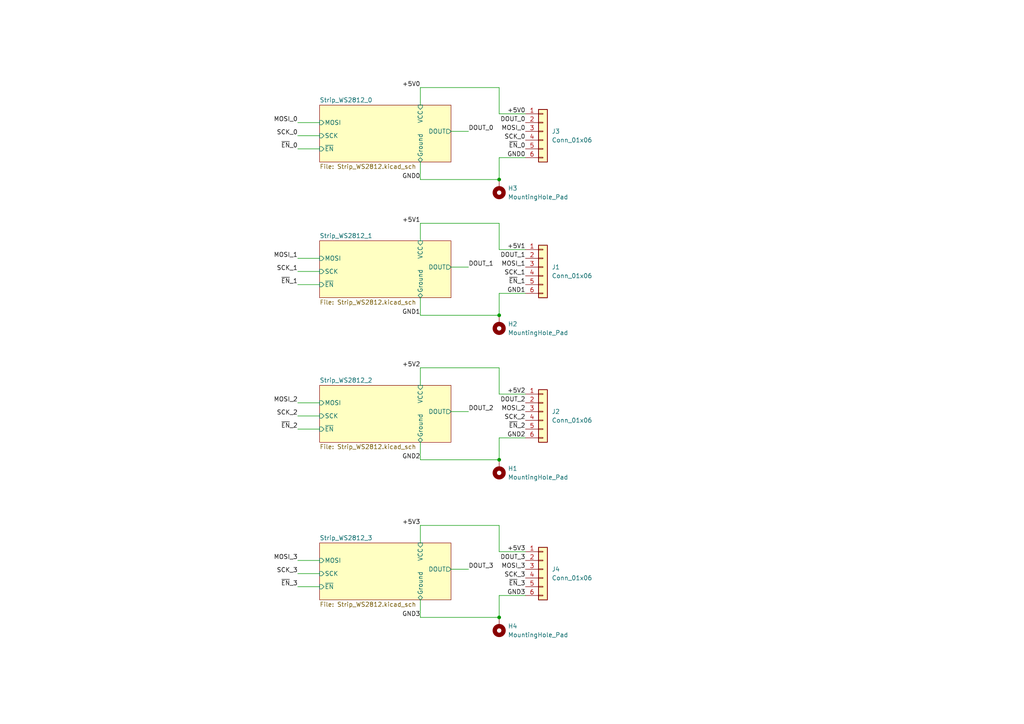
<source format=kicad_sch>
(kicad_sch (version 20211123) (generator eeschema)

  (uuid 377983d9-116d-4cab-9ad7-e1479f3ded0c)

  (paper "A4")

  (lib_symbols
    (symbol "Connector_Generic:Conn_01x06" (pin_names (offset 1.016) hide) (in_bom yes) (on_board yes)
      (property "Reference" "J" (id 0) (at 0 7.62 0)
        (effects (font (size 1.27 1.27)))
      )
      (property "Value" "Conn_01x06" (id 1) (at 0 -10.16 0)
        (effects (font (size 1.27 1.27)))
      )
      (property "Footprint" "" (id 2) (at 0 0 0)
        (effects (font (size 1.27 1.27)) hide)
      )
      (property "Datasheet" "~" (id 3) (at 0 0 0)
        (effects (font (size 1.27 1.27)) hide)
      )
      (property "ki_keywords" "connector" (id 4) (at 0 0 0)
        (effects (font (size 1.27 1.27)) hide)
      )
      (property "ki_description" "Generic connector, single row, 01x06, script generated (kicad-library-utils/schlib/autogen/connector/)" (id 5) (at 0 0 0)
        (effects (font (size 1.27 1.27)) hide)
      )
      (property "ki_fp_filters" "Connector*:*_1x??_*" (id 6) (at 0 0 0)
        (effects (font (size 1.27 1.27)) hide)
      )
      (symbol "Conn_01x06_1_1"
        (rectangle (start -1.27 -7.493) (end 0 -7.747)
          (stroke (width 0.1524) (type default) (color 0 0 0 0))
          (fill (type none))
        )
        (rectangle (start -1.27 -4.953) (end 0 -5.207)
          (stroke (width 0.1524) (type default) (color 0 0 0 0))
          (fill (type none))
        )
        (rectangle (start -1.27 -2.413) (end 0 -2.667)
          (stroke (width 0.1524) (type default) (color 0 0 0 0))
          (fill (type none))
        )
        (rectangle (start -1.27 0.127) (end 0 -0.127)
          (stroke (width 0.1524) (type default) (color 0 0 0 0))
          (fill (type none))
        )
        (rectangle (start -1.27 2.667) (end 0 2.413)
          (stroke (width 0.1524) (type default) (color 0 0 0 0))
          (fill (type none))
        )
        (rectangle (start -1.27 5.207) (end 0 4.953)
          (stroke (width 0.1524) (type default) (color 0 0 0 0))
          (fill (type none))
        )
        (rectangle (start -1.27 6.35) (end 1.27 -8.89)
          (stroke (width 0.254) (type default) (color 0 0 0 0))
          (fill (type background))
        )
        (pin passive line (at -5.08 5.08 0) (length 3.81)
          (name "Pin_1" (effects (font (size 1.27 1.27))))
          (number "1" (effects (font (size 1.27 1.27))))
        )
        (pin passive line (at -5.08 2.54 0) (length 3.81)
          (name "Pin_2" (effects (font (size 1.27 1.27))))
          (number "2" (effects (font (size 1.27 1.27))))
        )
        (pin passive line (at -5.08 0 0) (length 3.81)
          (name "Pin_3" (effects (font (size 1.27 1.27))))
          (number "3" (effects (font (size 1.27 1.27))))
        )
        (pin passive line (at -5.08 -2.54 0) (length 3.81)
          (name "Pin_4" (effects (font (size 1.27 1.27))))
          (number "4" (effects (font (size 1.27 1.27))))
        )
        (pin passive line (at -5.08 -5.08 0) (length 3.81)
          (name "Pin_5" (effects (font (size 1.27 1.27))))
          (number "5" (effects (font (size 1.27 1.27))))
        )
        (pin passive line (at -5.08 -7.62 0) (length 3.81)
          (name "Pin_6" (effects (font (size 1.27 1.27))))
          (number "6" (effects (font (size 1.27 1.27))))
        )
      )
    )
    (symbol "Mechanical:MountingHole_Pad" (pin_numbers hide) (pin_names (offset 1.016) hide) (in_bom yes) (on_board yes)
      (property "Reference" "H" (id 0) (at 0 6.35 0)
        (effects (font (size 1.27 1.27)))
      )
      (property "Value" "MountingHole_Pad" (id 1) (at 0 4.445 0)
        (effects (font (size 1.27 1.27)))
      )
      (property "Footprint" "" (id 2) (at 0 0 0)
        (effects (font (size 1.27 1.27)) hide)
      )
      (property "Datasheet" "~" (id 3) (at 0 0 0)
        (effects (font (size 1.27 1.27)) hide)
      )
      (property "ki_keywords" "mounting hole" (id 4) (at 0 0 0)
        (effects (font (size 1.27 1.27)) hide)
      )
      (property "ki_description" "Mounting Hole with connection" (id 5) (at 0 0 0)
        (effects (font (size 1.27 1.27)) hide)
      )
      (property "ki_fp_filters" "MountingHole*Pad*" (id 6) (at 0 0 0)
        (effects (font (size 1.27 1.27)) hide)
      )
      (symbol "MountingHole_Pad_0_1"
        (circle (center 0 1.27) (radius 1.27)
          (stroke (width 1.27) (type default) (color 0 0 0 0))
          (fill (type none))
        )
      )
      (symbol "MountingHole_Pad_1_1"
        (pin input line (at 0 -2.54 90) (length 2.54)
          (name "1" (effects (font (size 1.27 1.27))))
          (number "1" (effects (font (size 1.27 1.27))))
        )
      )
    )
  )

  (junction (at 144.78 52.07) (diameter 0) (color 0 0 0 0)
    (uuid ad38817b-9d54-457d-b7fe-10767df749d0)
  )
  (junction (at 144.78 133.35) (diameter 0) (color 0 0 0 0)
    (uuid ca50340c-919d-433c-a0d4-0e0f021cb4a0)
  )
  (junction (at 144.78 91.44) (diameter 0) (color 0 0 0 0)
    (uuid d608e15d-15ef-4e6f-984c-55af6f5215e6)
  )
  (junction (at 144.78 179.07) (diameter 0) (color 0 0 0 0)
    (uuid fa1e2624-e2d4-48b6-88fe-3ddfb17e0af4)
  )

  (wire (pts (xy 86.36 162.56) (xy 92.71 162.56))
    (stroke (width 0) (type default) (color 0 0 0 0))
    (uuid 07884bf4-a16f-497e-9b39-b7357abcc874)
  )
  (wire (pts (xy 86.36 35.56) (xy 92.71 35.56))
    (stroke (width 0) (type default) (color 0 0 0 0))
    (uuid 108265c6-bbee-4b0a-808b-621beafd6845)
  )
  (wire (pts (xy 121.92 64.77) (xy 121.92 69.85))
    (stroke (width 0) (type default) (color 0 0 0 0))
    (uuid 1214ee16-a052-457d-9ddc-6cd7c9d1e7f6)
  )
  (wire (pts (xy 135.89 119.38) (xy 130.81 119.38))
    (stroke (width 0) (type default) (color 0 0 0 0))
    (uuid 14d61fe4-81e4-4193-8cc8-5b8910e20d88)
  )
  (wire (pts (xy 144.78 45.72) (xy 152.4 45.72))
    (stroke (width 0) (type default) (color 0 0 0 0))
    (uuid 16c3d15b-bfe9-4b73-a20c-abf21151ccff)
  )
  (wire (pts (xy 121.92 152.4) (xy 121.92 157.48))
    (stroke (width 0) (type default) (color 0 0 0 0))
    (uuid 1951b9b3-d619-4fb3-87dd-d6086c391842)
  )
  (wire (pts (xy 86.36 170.18) (xy 92.71 170.18))
    (stroke (width 0) (type default) (color 0 0 0 0))
    (uuid 292fa378-b616-483c-9016-be35a021c09f)
  )
  (wire (pts (xy 86.36 74.93) (xy 92.71 74.93))
    (stroke (width 0) (type default) (color 0 0 0 0))
    (uuid 31165079-6eaa-4a9e-8ca4-9afd9e8cdc7e)
  )
  (wire (pts (xy 144.78 52.07) (xy 144.78 45.72))
    (stroke (width 0) (type default) (color 0 0 0 0))
    (uuid 3832473c-14d3-4bde-a65e-0f7f03225629)
  )
  (wire (pts (xy 86.36 166.37) (xy 92.71 166.37))
    (stroke (width 0) (type default) (color 0 0 0 0))
    (uuid 3c07531d-ff54-4af0-b349-b0451b7ad89f)
  )
  (wire (pts (xy 121.92 52.07) (xy 121.92 46.99))
    (stroke (width 0) (type default) (color 0 0 0 0))
    (uuid 4eec32ff-e147-4475-8668-c44cc8cb11cf)
  )
  (wire (pts (xy 135.89 165.1) (xy 130.81 165.1))
    (stroke (width 0) (type default) (color 0 0 0 0))
    (uuid 58a93c1e-5370-441c-90b1-c5d49849ec95)
  )
  (wire (pts (xy 121.92 133.35) (xy 121.92 128.27))
    (stroke (width 0) (type default) (color 0 0 0 0))
    (uuid 5d410995-b7ce-45f9-895a-06a431c9fb99)
  )
  (wire (pts (xy 86.36 39.37) (xy 92.71 39.37))
    (stroke (width 0) (type default) (color 0 0 0 0))
    (uuid 5e98e94d-b5a0-44e1-b203-62d658c3029d)
  )
  (wire (pts (xy 144.78 127) (xy 152.4 127))
    (stroke (width 0) (type default) (color 0 0 0 0))
    (uuid 62f9d0de-1062-4e7c-bcfe-c65779d85783)
  )
  (wire (pts (xy 121.92 133.35) (xy 144.78 133.35))
    (stroke (width 0) (type default) (color 0 0 0 0))
    (uuid 69dd2311-7a00-4338-ac55-61e0ad16d924)
  )
  (wire (pts (xy 144.78 106.68) (xy 144.78 114.3))
    (stroke (width 0) (type default) (color 0 0 0 0))
    (uuid 6abcf67c-b18f-4c65-b5ae-ac2ab3e426a9)
  )
  (wire (pts (xy 144.78 33.02) (xy 152.4 33.02))
    (stroke (width 0) (type default) (color 0 0 0 0))
    (uuid 6ac72911-221f-495f-9427-fbda8ad4beae)
  )
  (wire (pts (xy 121.92 179.07) (xy 144.78 179.07))
    (stroke (width 0) (type default) (color 0 0 0 0))
    (uuid 6c67e9a2-b200-4ce6-8b57-cf0c0b044885)
  )
  (wire (pts (xy 144.78 172.72) (xy 152.4 172.72))
    (stroke (width 0) (type default) (color 0 0 0 0))
    (uuid 6ef6e0bf-5d67-49aa-a7ca-539eb9ef5c52)
  )
  (wire (pts (xy 144.78 72.39) (xy 152.4 72.39))
    (stroke (width 0) (type default) (color 0 0 0 0))
    (uuid 6ff484a8-00da-4733-93e1-ef4a3c2db6c8)
  )
  (wire (pts (xy 135.89 77.47) (xy 130.81 77.47))
    (stroke (width 0) (type default) (color 0 0 0 0))
    (uuid 80167ede-96a7-4348-a079-d34d7b36c1c4)
  )
  (wire (pts (xy 86.36 116.84) (xy 92.71 116.84))
    (stroke (width 0) (type default) (color 0 0 0 0))
    (uuid 813f1e79-8d83-4e09-83fe-6b9f62e1e585)
  )
  (wire (pts (xy 144.78 152.4) (xy 144.78 160.02))
    (stroke (width 0) (type default) (color 0 0 0 0))
    (uuid 8c6e36ec-25ad-433c-ab40-03fd1ffd5da7)
  )
  (wire (pts (xy 144.78 85.09) (xy 152.4 85.09))
    (stroke (width 0) (type default) (color 0 0 0 0))
    (uuid 8c919477-88e9-4aa6-8e6b-46b1d61d54f4)
  )
  (wire (pts (xy 86.36 43.18) (xy 92.71 43.18))
    (stroke (width 0) (type default) (color 0 0 0 0))
    (uuid 95f378fb-9ce6-4f63-ade1-2e4ca60140ff)
  )
  (wire (pts (xy 144.78 160.02) (xy 152.4 160.02))
    (stroke (width 0) (type default) (color 0 0 0 0))
    (uuid 99f3a857-dc96-45d4-b88a-a9e752d88255)
  )
  (wire (pts (xy 121.92 106.68) (xy 121.92 111.76))
    (stroke (width 0) (type default) (color 0 0 0 0))
    (uuid 9b6e3484-6b9d-4dd9-ba92-c661ce1c526b)
  )
  (wire (pts (xy 121.92 64.77) (xy 144.78 64.77))
    (stroke (width 0) (type default) (color 0 0 0 0))
    (uuid b2296d8e-5785-4846-bbf7-9d25beaaa5ac)
  )
  (wire (pts (xy 121.92 86.36) (xy 121.92 91.44))
    (stroke (width 0) (type default) (color 0 0 0 0))
    (uuid b4badc9a-5621-418f-af9e-514ad9abfd35)
  )
  (wire (pts (xy 86.36 78.74) (xy 92.71 78.74))
    (stroke (width 0) (type default) (color 0 0 0 0))
    (uuid b503a8ef-dda4-42f1-9add-c9bcab28b1e3)
  )
  (wire (pts (xy 144.78 64.77) (xy 144.78 72.39))
    (stroke (width 0) (type default) (color 0 0 0 0))
    (uuid ba91ac45-6303-4c45-8df3-a70de77d079b)
  )
  (wire (pts (xy 86.36 120.65) (xy 92.71 120.65))
    (stroke (width 0) (type default) (color 0 0 0 0))
    (uuid c0240550-a822-46a4-8e29-e73ca08ec229)
  )
  (wire (pts (xy 135.89 38.1) (xy 130.81 38.1))
    (stroke (width 0) (type default) (color 0 0 0 0))
    (uuid c2c0f0ff-0113-4c45-84ce-c11e41d319b2)
  )
  (wire (pts (xy 144.78 52.07) (xy 121.92 52.07))
    (stroke (width 0) (type default) (color 0 0 0 0))
    (uuid c80948c2-4cb9-491c-8329-a732d06bebfc)
  )
  (wire (pts (xy 121.92 91.44) (xy 144.78 91.44))
    (stroke (width 0) (type default) (color 0 0 0 0))
    (uuid cfc2625f-9e28-4b5a-8ad9-d7034dbe6a34)
  )
  (wire (pts (xy 144.78 106.68) (xy 121.92 106.68))
    (stroke (width 0) (type default) (color 0 0 0 0))
    (uuid d346d102-2eb2-4714-8235-1de2a3cc2fbc)
  )
  (wire (pts (xy 144.78 114.3) (xy 152.4 114.3))
    (stroke (width 0) (type default) (color 0 0 0 0))
    (uuid d6339dec-4958-4206-bf9f-11eae672c801)
  )
  (wire (pts (xy 144.78 25.4) (xy 121.92 25.4))
    (stroke (width 0) (type default) (color 0 0 0 0))
    (uuid d68814e0-fa76-4434-8f60-31c305b1f57a)
  )
  (wire (pts (xy 121.92 25.4) (xy 121.92 30.48))
    (stroke (width 0) (type default) (color 0 0 0 0))
    (uuid d8f28b65-faee-4ec4-a87f-4aedf4ea23d2)
  )
  (wire (pts (xy 121.92 179.07) (xy 121.92 173.99))
    (stroke (width 0) (type default) (color 0 0 0 0))
    (uuid d9342522-58d2-4b6e-bd48-89566fa2401a)
  )
  (wire (pts (xy 144.78 179.07) (xy 144.78 172.72))
    (stroke (width 0) (type default) (color 0 0 0 0))
    (uuid e69ca394-656e-48dd-acf4-d84a43e98ec3)
  )
  (wire (pts (xy 121.92 152.4) (xy 144.78 152.4))
    (stroke (width 0) (type default) (color 0 0 0 0))
    (uuid ef445ab4-2253-4058-950c-442562df936e)
  )
  (wire (pts (xy 144.78 25.4) (xy 144.78 33.02))
    (stroke (width 0) (type default) (color 0 0 0 0))
    (uuid f2623632-908d-413d-94ac-310784987993)
  )
  (wire (pts (xy 86.36 82.55) (xy 92.71 82.55))
    (stroke (width 0) (type default) (color 0 0 0 0))
    (uuid f50ff772-490c-445d-b53c-c706c918c046)
  )
  (wire (pts (xy 144.78 91.44) (xy 144.78 85.09))
    (stroke (width 0) (type default) (color 0 0 0 0))
    (uuid f535a78f-60ff-4a3f-82aa-193cfb315ef5)
  )
  (wire (pts (xy 144.78 133.35) (xy 144.78 127))
    (stroke (width 0) (type default) (color 0 0 0 0))
    (uuid faaac2f0-7b4a-4bab-9523-c85437765671)
  )
  (wire (pts (xy 86.36 124.46) (xy 92.71 124.46))
    (stroke (width 0) (type default) (color 0 0 0 0))
    (uuid fd83eb7b-6f40-4db2-b3bf-9b9b8897a34f)
  )

  (label "SCK_3" (at 86.36 166.37 180)
    (effects (font (size 1.27 1.27)) (justify right bottom))
    (uuid 02c88630-9f28-4e1f-81a8-79a6c8a80e92)
  )
  (label "MOSI_2" (at 152.4 119.38 180)
    (effects (font (size 1.27 1.27)) (justify right bottom))
    (uuid 0b9f9e9d-59d5-47d8-a626-1c07fb98cf35)
  )
  (label "+5V3" (at 152.4 160.02 180)
    (effects (font (size 1.27 1.27)) (justify right bottom))
    (uuid 0e3003d2-d113-4cf1-ada1-59ed3d241ad8)
  )
  (label "SCK_2" (at 152.4 121.92 180)
    (effects (font (size 1.27 1.27)) (justify right bottom))
    (uuid 105b5663-1cb6-4ba2-8b80-519be6a34c62)
  )
  (label "MOSI_0" (at 86.36 35.56 180)
    (effects (font (size 1.27 1.27)) (justify right bottom))
    (uuid 14aa9ae1-d63e-4d44-957f-191e233b5c80)
  )
  (label "+5V1" (at 121.92 64.77 180)
    (effects (font (size 1.27 1.27)) (justify right bottom))
    (uuid 1a93175f-2f9d-41f3-ba80-3ef9f61e5267)
  )
  (label "DOUT_1" (at 135.89 77.47 0)
    (effects (font (size 1.27 1.27)) (justify left bottom))
    (uuid 214569dc-4680-40d2-b589-2538f62e2f7a)
  )
  (label "~{EN}_1" (at 152.4 82.55 180)
    (effects (font (size 1.27 1.27)) (justify right bottom))
    (uuid 2627d07c-cc97-4acf-bf00-ba8f07062861)
  )
  (label "MOSI_2" (at 86.36 116.84 180)
    (effects (font (size 1.27 1.27)) (justify right bottom))
    (uuid 2902cfe0-5a03-4ba8-8366-9bb7ccaa7131)
  )
  (label "+5V2" (at 121.92 106.68 180)
    (effects (font (size 1.27 1.27)) (justify right bottom))
    (uuid 3c636d0e-8e19-4885-b76d-36e1d4f758a5)
  )
  (label "SCK_3" (at 152.4 167.64 180)
    (effects (font (size 1.27 1.27)) (justify right bottom))
    (uuid 497b410b-1c68-48ca-90ef-dd640159950b)
  )
  (label "SCK_2" (at 86.36 120.65 180)
    (effects (font (size 1.27 1.27)) (justify right bottom))
    (uuid 4a28bd0d-ca92-4ae2-9d1d-70f610f1d5f7)
  )
  (label "SCK_1" (at 152.4 80.01 180)
    (effects (font (size 1.27 1.27)) (justify right bottom))
    (uuid 4d477c36-586a-4fcd-8f01-7db6e2515c3d)
  )
  (label "MOSI_1" (at 152.4 77.47 180)
    (effects (font (size 1.27 1.27)) (justify right bottom))
    (uuid 56e605de-1060-44cc-87e1-11f7d112dc55)
  )
  (label "~{EN}_0" (at 86.36 43.18 180)
    (effects (font (size 1.27 1.27)) (justify right bottom))
    (uuid 5d3bd53f-2737-4006-acc2-a51ef09d9637)
  )
  (label "~{EN}_2" (at 152.4 124.46 180)
    (effects (font (size 1.27 1.27)) (justify right bottom))
    (uuid 5e22dc6b-b8d3-46ab-972d-74c5e2c287e3)
  )
  (label "GND0" (at 121.92 52.07 180)
    (effects (font (size 1.27 1.27)) (justify right bottom))
    (uuid 619947fe-86dd-4931-89d1-b23b5d8d19e0)
  )
  (label "+5V0" (at 152.4 33.02 180)
    (effects (font (size 1.27 1.27)) (justify right bottom))
    (uuid 6fc0a17e-d314-4994-b83f-da8ea703e196)
  )
  (label "GND1" (at 121.92 91.44 180)
    (effects (font (size 1.27 1.27)) (justify right bottom))
    (uuid 747ee7c4-f6cb-4065-ad92-c3968ed7c593)
  )
  (label "GND1" (at 152.4 85.09 180)
    (effects (font (size 1.27 1.27)) (justify right bottom))
    (uuid 7b6b70e1-ab63-47f5-82c7-37b99ec55659)
  )
  (label "MOSI_3" (at 152.4 165.1 180)
    (effects (font (size 1.27 1.27)) (justify right bottom))
    (uuid 7bddab6b-b569-49f0-9413-e2573ba5876d)
  )
  (label "~{EN}_1" (at 86.36 82.55 180)
    (effects (font (size 1.27 1.27)) (justify right bottom))
    (uuid 80f0da47-13e5-442e-8927-c337d4096161)
  )
  (label "GND0" (at 152.4 45.72 180)
    (effects (font (size 1.27 1.27)) (justify right bottom))
    (uuid 827b6624-914b-4cb0-a4fb-55c13b96f3bc)
  )
  (label "~{EN}_0" (at 152.4 43.18 180)
    (effects (font (size 1.27 1.27)) (justify right bottom))
    (uuid 874f7f71-f537-4824-b8e3-07277cdd9fba)
  )
  (label "GND2" (at 152.4 127 180)
    (effects (font (size 1.27 1.27)) (justify right bottom))
    (uuid 8906088d-cb62-4a1c-b6dc-eac87e0611bf)
  )
  (label "+5V2" (at 152.4 114.3 180)
    (effects (font (size 1.27 1.27)) (justify right bottom))
    (uuid 995fb29d-4a87-46a4-a622-8dd58f11c7d3)
  )
  (label "MOSI_3" (at 86.36 162.56 180)
    (effects (font (size 1.27 1.27)) (justify right bottom))
    (uuid a15daa40-3cd9-423e-a997-32758d2c0f9a)
  )
  (label "SCK_1" (at 86.36 78.74 180)
    (effects (font (size 1.27 1.27)) (justify right bottom))
    (uuid a85ee8c8-5e3c-47d5-bd2a-56f06db96397)
  )
  (label "~{EN}_3" (at 152.4 170.18 180)
    (effects (font (size 1.27 1.27)) (justify right bottom))
    (uuid ac6f248e-f8d3-4fb1-b30c-522cc5f46c80)
  )
  (label "+5V3" (at 121.92 152.4 180)
    (effects (font (size 1.27 1.27)) (justify right bottom))
    (uuid ad6ba3bc-b784-4328-bbaf-e3b0d5d6dbc1)
  )
  (label "GND3" (at 121.92 179.07 180)
    (effects (font (size 1.27 1.27)) (justify right bottom))
    (uuid b3209c78-cba4-4a47-9dbf-b6c95d89eb68)
  )
  (label "DOUT_0" (at 135.89 38.1 0)
    (effects (font (size 1.27 1.27)) (justify left bottom))
    (uuid bffa2694-c1a0-453a-a126-4cd45bd373e2)
  )
  (label "~{EN}_2" (at 86.36 124.46 180)
    (effects (font (size 1.27 1.27)) (justify right bottom))
    (uuid c4de0ea1-af35-42c0-85c4-0298baf935bd)
  )
  (label "DOUT_3" (at 152.4 162.56 180)
    (effects (font (size 1.27 1.27)) (justify right bottom))
    (uuid c8d61b43-6c4b-46b0-ba89-6b34fe1cfd78)
  )
  (label "DOUT_0" (at 152.4 35.56 180)
    (effects (font (size 1.27 1.27)) (justify right bottom))
    (uuid cd28e8ae-8ed8-4df9-b90e-828490dd5853)
  )
  (label "DOUT_3" (at 135.89 165.1 0)
    (effects (font (size 1.27 1.27)) (justify left bottom))
    (uuid d228e987-3aa8-4c5d-a9a6-85821e60bba7)
  )
  (label "SCK_0" (at 152.4 40.64 180)
    (effects (font (size 1.27 1.27)) (justify right bottom))
    (uuid d2a88c9d-cc48-40ef-8036-31152c3dccf9)
  )
  (label "+5V0" (at 121.92 25.4 180)
    (effects (font (size 1.27 1.27)) (justify right bottom))
    (uuid d653dbba-8ab2-4f3c-98b1-ba05d9b85cbb)
  )
  (label "~{EN}_3" (at 86.36 170.18 180)
    (effects (font (size 1.27 1.27)) (justify right bottom))
    (uuid daa7792d-1707-4843-81f3-a15f1c46e482)
  )
  (label "DOUT_2" (at 152.4 116.84 180)
    (effects (font (size 1.27 1.27)) (justify right bottom))
    (uuid db68f63b-3301-420e-bae9-6077cc6aa756)
  )
  (label "SCK_0" (at 86.36 39.37 180)
    (effects (font (size 1.27 1.27)) (justify right bottom))
    (uuid dd3d127d-dee4-4efd-96dd-6d9e27be0627)
  )
  (label "+5V1" (at 152.4 72.39 180)
    (effects (font (size 1.27 1.27)) (justify right bottom))
    (uuid e9c67f5e-0585-4692-977b-c6aa3f963eea)
  )
  (label "GND3" (at 152.4 172.72 180)
    (effects (font (size 1.27 1.27)) (justify right bottom))
    (uuid ebb53686-bdcd-41c5-8727-e1a7429fe5ad)
  )
  (label "GND2" (at 121.92 133.35 180)
    (effects (font (size 1.27 1.27)) (justify right bottom))
    (uuid ec44fe32-68a5-4ee3-9ec1-9559dc721234)
  )
  (label "MOSI_0" (at 152.4 38.1 180)
    (effects (font (size 1.27 1.27)) (justify right bottom))
    (uuid ecbc5935-514c-4b7b-8f9e-e3da8ef86741)
  )
  (label "MOSI_1" (at 86.36 74.93 180)
    (effects (font (size 1.27 1.27)) (justify right bottom))
    (uuid f124e066-bd14-4e15-b692-011de524a01c)
  )
  (label "DOUT_2" (at 135.89 119.38 0)
    (effects (font (size 1.27 1.27)) (justify left bottom))
    (uuid f2dee854-41bf-46c1-bd99-b2cf15ead7d3)
  )
  (label "DOUT_1" (at 152.4 74.93 180)
    (effects (font (size 1.27 1.27)) (justify right bottom))
    (uuid fb9223fc-120f-425e-87a7-93d9e6e30ea5)
  )

  (symbol (lib_id "Mechanical:MountingHole_Pad") (at 144.78 181.61 180) (unit 1)
    (in_bom yes) (on_board yes) (fields_autoplaced)
    (uuid 05500759-28be-4177-8917-85862f4f627e)
    (property "Reference" "H4" (id 0) (at 147.32 181.6099 0)
      (effects (font (size 1.27 1.27)) (justify right))
    )
    (property "Value" "MountingHole_Pad" (id 1) (at 147.32 184.1499 0)
      (effects (font (size 1.27 1.27)) (justify right))
    )
    (property "Footprint" "MountingHole:MountingHole_3.2mm_M3_Pad_Via" (id 2) (at 144.78 181.61 0)
      (effects (font (size 1.27 1.27)) hide)
    )
    (property "Datasheet" "~" (id 3) (at 144.78 181.61 0)
      (effects (font (size 1.27 1.27)) hide)
    )
    (pin "1" (uuid a4a9d431-6a41-407a-a3c9-fe12ae3d7870))
  )

  (symbol (lib_id "Connector_Generic:Conn_01x06") (at 157.48 165.1 0) (unit 1)
    (in_bom yes) (on_board yes) (fields_autoplaced)
    (uuid 0f23a2a6-f148-4bb6-bdb0-2be8a1f6e276)
    (property "Reference" "J4" (id 0) (at 160.02 165.0999 0)
      (effects (font (size 1.27 1.27)) (justify left))
    )
    (property "Value" "Conn_01x06" (id 1) (at 160.02 167.6399 0)
      (effects (font (size 1.27 1.27)) (justify left))
    )
    (property "Footprint" "Connector_PinHeader_2.54mm:PinHeader_1x06_P2.54mm_Vertical" (id 2) (at 157.48 165.1 0)
      (effects (font (size 1.27 1.27)) hide)
    )
    (property "Datasheet" "~" (id 3) (at 157.48 165.1 0)
      (effects (font (size 1.27 1.27)) hide)
    )
    (pin "1" (uuid 58715ad1-3e0f-4f1e-9f31-826df2559e0a))
    (pin "2" (uuid 6b40616d-071e-4d1c-8f7d-dfe6ff1fdc80))
    (pin "3" (uuid baaac228-cb2a-44f2-825f-07442b886601))
    (pin "4" (uuid f3dc4d19-03aa-454a-a8ff-ff6f16ce7a05))
    (pin "5" (uuid 7787266e-0c4e-4626-b56f-d632715916a4))
    (pin "6" (uuid 17cc4158-9183-49be-9ca2-09b5b8f7a0f6))
  )

  (symbol (lib_id "Mechanical:MountingHole_Pad") (at 144.78 135.89 180) (unit 1)
    (in_bom yes) (on_board yes) (fields_autoplaced)
    (uuid 391afdd0-4a9a-4657-9f56-66e9478e3f4c)
    (property "Reference" "H1" (id 0) (at 147.32 135.8899 0)
      (effects (font (size 1.27 1.27)) (justify right))
    )
    (property "Value" "MountingHole_Pad" (id 1) (at 147.32 138.4299 0)
      (effects (font (size 1.27 1.27)) (justify right))
    )
    (property "Footprint" "MountingHole:MountingHole_3.2mm_M3_Pad_Via" (id 2) (at 144.78 135.89 0)
      (effects (font (size 1.27 1.27)) hide)
    )
    (property "Datasheet" "~" (id 3) (at 144.78 135.89 0)
      (effects (font (size 1.27 1.27)) hide)
    )
    (pin "1" (uuid 03ac25fd-57c8-41a8-bcb8-7bd6250d8d58))
  )

  (symbol (lib_id "Connector_Generic:Conn_01x06") (at 157.48 38.1 0) (unit 1)
    (in_bom yes) (on_board yes) (fields_autoplaced)
    (uuid 3e7694f7-195a-4e4b-9df0-0a89c07d05f2)
    (property "Reference" "J3" (id 0) (at 160.02 38.0999 0)
      (effects (font (size 1.27 1.27)) (justify left))
    )
    (property "Value" "Conn_01x06" (id 1) (at 160.02 40.6399 0)
      (effects (font (size 1.27 1.27)) (justify left))
    )
    (property "Footprint" "Connector_PinHeader_2.54mm:PinHeader_1x06_P2.54mm_Vertical" (id 2) (at 157.48 38.1 0)
      (effects (font (size 1.27 1.27)) hide)
    )
    (property "Datasheet" "~" (id 3) (at 157.48 38.1 0)
      (effects (font (size 1.27 1.27)) hide)
    )
    (pin "1" (uuid 6ee266d1-e92d-4439-9c1c-f89b56cb4fb7))
    (pin "2" (uuid 0a5f2a17-5fe2-4419-bf6b-8fbcc5b50340))
    (pin "3" (uuid 1cdb5124-9d2e-4a57-9008-c326aa8e367f))
    (pin "4" (uuid d7804baf-28d8-46ac-88d8-fa9901b64515))
    (pin "5" (uuid 4bea12ef-570a-4149-886f-e2a0622c25ec))
    (pin "6" (uuid e6d9a8c7-d87f-48d0-b974-c6027ba255d3))
  )

  (symbol (lib_id "Connector_Generic:Conn_01x06") (at 157.48 119.38 0) (unit 1)
    (in_bom yes) (on_board yes) (fields_autoplaced)
    (uuid 9487d57b-ed13-49dc-bcde-c325d319887a)
    (property "Reference" "J2" (id 0) (at 160.02 119.3799 0)
      (effects (font (size 1.27 1.27)) (justify left))
    )
    (property "Value" "Conn_01x06" (id 1) (at 160.02 121.9199 0)
      (effects (font (size 1.27 1.27)) (justify left))
    )
    (property "Footprint" "Connector_PinHeader_2.54mm:PinHeader_1x06_P2.54mm_Vertical" (id 2) (at 157.48 119.38 0)
      (effects (font (size 1.27 1.27)) hide)
    )
    (property "Datasheet" "~" (id 3) (at 157.48 119.38 0)
      (effects (font (size 1.27 1.27)) hide)
    )
    (pin "1" (uuid 4b345449-a146-4379-afe6-46f739fc20b6))
    (pin "2" (uuid d468acf3-a716-4b22-a190-eed98735af26))
    (pin "3" (uuid 3aee58e2-be28-4e7f-8754-54be7128afa1))
    (pin "4" (uuid d4f2a40e-d6ac-4c87-9f46-8213307b0c4f))
    (pin "5" (uuid df8353cf-f745-4a0d-afe9-b43445ff0eb5))
    (pin "6" (uuid ce063d23-c89b-4a8e-b08e-646f52a7e1d0))
  )

  (symbol (lib_id "Mechanical:MountingHole_Pad") (at 144.78 54.61 180) (unit 1)
    (in_bom yes) (on_board yes) (fields_autoplaced)
    (uuid bc4fda02-1776-4286-b553-5bae7f1e9428)
    (property "Reference" "H3" (id 0) (at 147.32 54.6099 0)
      (effects (font (size 1.27 1.27)) (justify right))
    )
    (property "Value" "MountingHole_Pad" (id 1) (at 147.32 57.1499 0)
      (effects (font (size 1.27 1.27)) (justify right))
    )
    (property "Footprint" "MountingHole:MountingHole_3.2mm_M3_Pad_Via" (id 2) (at 144.78 54.61 0)
      (effects (font (size 1.27 1.27)) hide)
    )
    (property "Datasheet" "~" (id 3) (at 144.78 54.61 0)
      (effects (font (size 1.27 1.27)) hide)
    )
    (pin "1" (uuid f8f53285-7da8-4d99-bdf4-e6e2b1c6b851))
  )

  (symbol (lib_id "Connector_Generic:Conn_01x06") (at 157.48 77.47 0) (unit 1)
    (in_bom yes) (on_board yes) (fields_autoplaced)
    (uuid bd3dc2f1-a802-4675-9e20-1135415f123c)
    (property "Reference" "J1" (id 0) (at 160.02 77.4699 0)
      (effects (font (size 1.27 1.27)) (justify left))
    )
    (property "Value" "Conn_01x06" (id 1) (at 160.02 80.0099 0)
      (effects (font (size 1.27 1.27)) (justify left))
    )
    (property "Footprint" "Connector_PinHeader_2.54mm:PinHeader_1x06_P2.54mm_Vertical" (id 2) (at 157.48 77.47 0)
      (effects (font (size 1.27 1.27)) hide)
    )
    (property "Datasheet" "~" (id 3) (at 157.48 77.47 0)
      (effects (font (size 1.27 1.27)) hide)
    )
    (pin "1" (uuid e2e9eb3d-4cfe-41ea-a957-6e4f936c320f))
    (pin "2" (uuid d50907ab-e933-4df7-9880-c76ee2c72f5b))
    (pin "3" (uuid 47be87df-0a6e-4aac-ae40-03aec46f2fa6))
    (pin "4" (uuid 4b8a9492-f518-4ac7-87a7-5ec1328edf51))
    (pin "5" (uuid c2d933a5-7861-4fdc-8ed9-36a2279c49ea))
    (pin "6" (uuid e7a43fff-8d53-4cf2-9c02-04eadf8a5506))
  )

  (symbol (lib_id "Mechanical:MountingHole_Pad") (at 144.78 93.98 180) (unit 1)
    (in_bom yes) (on_board yes) (fields_autoplaced)
    (uuid cbf61d97-538f-48cd-8299-6eeab2157715)
    (property "Reference" "H2" (id 0) (at 147.32 93.9799 0)
      (effects (font (size 1.27 1.27)) (justify right))
    )
    (property "Value" "MountingHole_Pad" (id 1) (at 147.32 96.5199 0)
      (effects (font (size 1.27 1.27)) (justify right))
    )
    (property "Footprint" "MountingHole:MountingHole_3.2mm_M3_Pad_Via" (id 2) (at 144.78 93.98 0)
      (effects (font (size 1.27 1.27)) hide)
    )
    (property "Datasheet" "~" (id 3) (at 144.78 93.98 0)
      (effects (font (size 1.27 1.27)) hide)
    )
    (pin "1" (uuid 93630139-e53b-4482-981c-4fdb642d7591))
  )

  (sheet (at 92.71 30.48) (size 38.1 16.51) (fields_autoplaced)
    (stroke (width 0.1524) (type solid) (color 0 0 0 0))
    (fill (color 255 255 194 1.0000))
    (uuid 36dc5714-b077-47d2-80db-bf3d28c7b7f9)
    (property "Sheet name" "Strip_WS2812_0" (id 0) (at 92.71 29.7684 0)
      (effects (font (size 1.27 1.27)) (justify left bottom))
    )
    (property "Sheet file" "Strip_WS2812.kicad_sch" (id 1) (at 92.71 47.5746 0)
      (effects (font (size 1.27 1.27)) (justify left top))
    )
    (pin "DOUT" output (at 130.81 38.1 0)
      (effects (font (size 1.27 1.27)) (justify right))
      (uuid 174be7a9-c855-4beb-b3f4-9f628ac1ada2)
    )
    (pin "Ground" bidirectional (at 121.92 46.99 270)
      (effects (font (size 1.27 1.27)) (justify left))
      (uuid e04446b8-a070-4796-b3a6-b9f0ba358559)
    )
    (pin "VCC" input (at 121.92 30.48 90)
      (effects (font (size 1.27 1.27)) (justify right))
      (uuid 02dacbc0-cac0-4f9b-9fff-db725493f2b8)
    )
    (pin "SCK" input (at 92.71 39.37 180)
      (effects (font (size 1.27 1.27)) (justify left))
      (uuid 57bac2fb-0719-49c2-8f8b-442fe9ad42b3)
    )
    (pin "MOSI" input (at 92.71 35.56 180)
      (effects (font (size 1.27 1.27)) (justify left))
      (uuid 22dc3dbc-3558-4e3a-b974-7f769ef31418)
    )
    (pin "~{EN}" input (at 92.71 43.18 180)
      (effects (font (size 1.27 1.27)) (justify left))
      (uuid 662536c2-18e6-4dce-913d-d56fe97dc632)
    )
  )

  (sheet (at 92.71 157.48) (size 38.1 16.51) (fields_autoplaced)
    (stroke (width 0.1524) (type solid) (color 0 0 0 0))
    (fill (color 255 255 194 1.0000))
    (uuid 6c34899e-ccc8-43f8-ba78-c280f31c13f2)
    (property "Sheet name" "Strip_WS2812_3" (id 0) (at 92.71 156.7684 0)
      (effects (font (size 1.27 1.27)) (justify left bottom))
    )
    (property "Sheet file" "Strip_WS2812.kicad_sch" (id 1) (at 92.71 174.5746 0)
      (effects (font (size 1.27 1.27)) (justify left top))
    )
    (pin "DOUT" output (at 130.81 165.1 0)
      (effects (font (size 1.27 1.27)) (justify right))
      (uuid 74d70f47-1dc4-48db-92a7-5df7a8131349)
    )
    (pin "Ground" bidirectional (at 121.92 173.99 270)
      (effects (font (size 1.27 1.27)) (justify left))
      (uuid ebfe7e28-4b82-44aa-aefd-a3b7ad6addff)
    )
    (pin "VCC" input (at 121.92 157.48 90)
      (effects (font (size 1.27 1.27)) (justify right))
      (uuid 6c99e87d-3fe5-4ef0-abfe-092c7363759f)
    )
    (pin "SCK" input (at 92.71 166.37 180)
      (effects (font (size 1.27 1.27)) (justify left))
      (uuid 71386622-c6a2-485e-ba91-7502d4004aef)
    )
    (pin "MOSI" input (at 92.71 162.56 180)
      (effects (font (size 1.27 1.27)) (justify left))
      (uuid 41385a0a-fb91-4bf0-8e06-7ab6718d8ef0)
    )
    (pin "~{EN}" input (at 92.71 170.18 180)
      (effects (font (size 1.27 1.27)) (justify left))
      (uuid 8fbf3f3b-7411-4827-a6fc-fd33fd474cde)
    )
  )

  (sheet (at 92.71 111.76) (size 38.1 16.51) (fields_autoplaced)
    (stroke (width 0.1524) (type solid) (color 0 0 0 0))
    (fill (color 255 255 194 1.0000))
    (uuid f254bf23-2473-4bd3-bf3b-ef7b6ff7bec7)
    (property "Sheet name" "Strip_WS2812_2" (id 0) (at 92.71 111.0484 0)
      (effects (font (size 1.27 1.27)) (justify left bottom))
    )
    (property "Sheet file" "Strip_WS2812.kicad_sch" (id 1) (at 92.71 128.8546 0)
      (effects (font (size 1.27 1.27)) (justify left top))
    )
    (pin "DOUT" output (at 130.81 119.38 0)
      (effects (font (size 1.27 1.27)) (justify right))
      (uuid 688405f9-bd4f-4994-9e10-a298437217ab)
    )
    (pin "Ground" bidirectional (at 121.92 128.27 270)
      (effects (font (size 1.27 1.27)) (justify left))
      (uuid 87f1591e-fffb-4680-8b1b-7a6a007d1c20)
    )
    (pin "VCC" input (at 121.92 111.76 90)
      (effects (font (size 1.27 1.27)) (justify right))
      (uuid 9dae3bef-7c78-4952-bb93-75dc011de285)
    )
    (pin "SCK" input (at 92.71 120.65 180)
      (effects (font (size 1.27 1.27)) (justify left))
      (uuid 0b820f6c-1120-4780-b606-c054a3dfe9d3)
    )
    (pin "MOSI" input (at 92.71 116.84 180)
      (effects (font (size 1.27 1.27)) (justify left))
      (uuid 7836e61d-7526-4c6b-acf6-7162579756e6)
    )
    (pin "~{EN}" input (at 92.71 124.46 180)
      (effects (font (size 1.27 1.27)) (justify left))
      (uuid e3ba4f91-ba1a-4a4b-b43c-cd6615146738)
    )
  )

  (sheet (at 92.71 69.85) (size 38.1 16.51) (fields_autoplaced)
    (stroke (width 0.1524) (type solid) (color 0 0 0 0))
    (fill (color 255 255 194 1.0000))
    (uuid fc93dadc-c54a-4613-b628-24afdb878de0)
    (property "Sheet name" "Strip_WS2812_1" (id 0) (at 92.71 69.1384 0)
      (effects (font (size 1.27 1.27)) (justify left bottom))
    )
    (property "Sheet file" "Strip_WS2812.kicad_sch" (id 1) (at 92.71 86.9446 0)
      (effects (font (size 1.27 1.27)) (justify left top))
    )
    (pin "DOUT" output (at 130.81 77.47 0)
      (effects (font (size 1.27 1.27)) (justify right))
      (uuid b6de9d0c-22d1-4e70-ab69-46c0b647d7ea)
    )
    (pin "Ground" bidirectional (at 121.92 86.36 270)
      (effects (font (size 1.27 1.27)) (justify left))
      (uuid 6323bd17-e3cd-4fa0-a715-0f05684ef355)
    )
    (pin "VCC" input (at 121.92 69.85 90)
      (effects (font (size 1.27 1.27)) (justify right))
      (uuid 20c9e484-f93c-4fe5-a749-4558808e5138)
    )
    (pin "SCK" input (at 92.71 78.74 180)
      (effects (font (size 1.27 1.27)) (justify left))
      (uuid 0701706b-ad7c-4018-b26b-13596f0263b7)
    )
    (pin "MOSI" input (at 92.71 74.93 180)
      (effects (font (size 1.27 1.27)) (justify left))
      (uuid d8c0c745-2ce8-4f6a-93f9-4fb9c9281fd6)
    )
    (pin "~{EN}" input (at 92.71 82.55 180)
      (effects (font (size 1.27 1.27)) (justify left))
      (uuid ada731a7-b26b-4e36-b0fa-38c7b5eb0908)
    )
  )

  (sheet_instances
    (path "/" (page "1"))
    (path "/36dc5714-b077-47d2-80db-bf3d28c7b7f9" (page "2"))
    (path "/fc93dadc-c54a-4613-b628-24afdb878de0" (page "3"))
    (path "/f254bf23-2473-4bd3-bf3b-ef7b6ff7bec7" (page "4"))
    (path "/6c34899e-ccc8-43f8-ba78-c280f31c13f2" (page "5"))
  )

  (symbol_instances
    (path "/36dc5714-b077-47d2-80db-bf3d28c7b7f9/abb8977c-bfe2-4565-a051-397b5a1ffc28"
      (reference "C1") (unit 1) (value "1nF") (footprint "Capacitor_SMD:C_1210_3225Metric_Pad1.33x2.70mm_HandSolder")
    )
    (path "/36dc5714-b077-47d2-80db-bf3d28c7b7f9/2e556405-5836-482e-a207-9ccbf8ce3197"
      (reference "C2") (unit 1) (value "1nF") (footprint "Capacitor_SMD:C_1210_3225Metric_Pad1.33x2.70mm_HandSolder")
    )
    (path "/36dc5714-b077-47d2-80db-bf3d28c7b7f9/37d91652-70f9-4534-9faa-907171fa2e14"
      (reference "C3") (unit 1) (value "10nF") (footprint "Capacitor_SMD:C_1210_3225Metric_Pad1.33x2.70mm_HandSolder")
    )
    (path "/36dc5714-b077-47d2-80db-bf3d28c7b7f9/0e882f27-597f-4c70-96c3-8cd2e564ad53"
      (reference "C4") (unit 1) (value "1µF") (footprint "Capacitor_SMD:C_1210_3225Metric_Pad1.33x2.70mm_HandSolder")
    )
    (path "/fc93dadc-c54a-4613-b628-24afdb878de0/abb8977c-bfe2-4565-a051-397b5a1ffc28"
      (reference "C5") (unit 1) (value "1nF") (footprint "Capacitor_SMD:C_1210_3225Metric_Pad1.33x2.70mm_HandSolder")
    )
    (path "/fc93dadc-c54a-4613-b628-24afdb878de0/2e556405-5836-482e-a207-9ccbf8ce3197"
      (reference "C6") (unit 1) (value "1nF") (footprint "Capacitor_SMD:C_1210_3225Metric_Pad1.33x2.70mm_HandSolder")
    )
    (path "/fc93dadc-c54a-4613-b628-24afdb878de0/37d91652-70f9-4534-9faa-907171fa2e14"
      (reference "C7") (unit 1) (value "10nF") (footprint "Capacitor_SMD:C_1210_3225Metric_Pad1.33x2.70mm_HandSolder")
    )
    (path "/fc93dadc-c54a-4613-b628-24afdb878de0/0e882f27-597f-4c70-96c3-8cd2e564ad53"
      (reference "C8") (unit 1) (value "1µF") (footprint "Capacitor_SMD:C_1210_3225Metric_Pad1.33x2.70mm_HandSolder")
    )
    (path "/f254bf23-2473-4bd3-bf3b-ef7b6ff7bec7/abb8977c-bfe2-4565-a051-397b5a1ffc28"
      (reference "C9") (unit 1) (value "1nF") (footprint "Capacitor_SMD:C_1210_3225Metric_Pad1.33x2.70mm_HandSolder")
    )
    (path "/f254bf23-2473-4bd3-bf3b-ef7b6ff7bec7/2e556405-5836-482e-a207-9ccbf8ce3197"
      (reference "C10") (unit 1) (value "1nF") (footprint "Capacitor_SMD:C_1210_3225Metric_Pad1.33x2.70mm_HandSolder")
    )
    (path "/f254bf23-2473-4bd3-bf3b-ef7b6ff7bec7/37d91652-70f9-4534-9faa-907171fa2e14"
      (reference "C11") (unit 1) (value "10nF") (footprint "Capacitor_SMD:C_1210_3225Metric_Pad1.33x2.70mm_HandSolder")
    )
    (path "/f254bf23-2473-4bd3-bf3b-ef7b6ff7bec7/0e882f27-597f-4c70-96c3-8cd2e564ad53"
      (reference "C12") (unit 1) (value "1µF") (footprint "Capacitor_SMD:C_1210_3225Metric_Pad1.33x2.70mm_HandSolder")
    )
    (path "/6c34899e-ccc8-43f8-ba78-c280f31c13f2/abb8977c-bfe2-4565-a051-397b5a1ffc28"
      (reference "C13") (unit 1) (value "1nF") (footprint "Capacitor_SMD:C_1210_3225Metric_Pad1.33x2.70mm_HandSolder")
    )
    (path "/6c34899e-ccc8-43f8-ba78-c280f31c13f2/2e556405-5836-482e-a207-9ccbf8ce3197"
      (reference "C14") (unit 1) (value "1nF") (footprint "Capacitor_SMD:C_1210_3225Metric_Pad1.33x2.70mm_HandSolder")
    )
    (path "/6c34899e-ccc8-43f8-ba78-c280f31c13f2/37d91652-70f9-4534-9faa-907171fa2e14"
      (reference "C15") (unit 1) (value "10nF") (footprint "Capacitor_SMD:C_1210_3225Metric_Pad1.33x2.70mm_HandSolder")
    )
    (path "/6c34899e-ccc8-43f8-ba78-c280f31c13f2/0e882f27-597f-4c70-96c3-8cd2e564ad53"
      (reference "C16") (unit 1) (value "1µF") (footprint "Capacitor_SMD:C_1210_3225Metric_Pad1.33x2.70mm_HandSolder")
    )
    (path "/36dc5714-b077-47d2-80db-bf3d28c7b7f9/e494d929-b3e6-4719-9e6f-bf6afe337e70"
      (reference "D1") (unit 1) (value "BAS40-04") (footprint "Package_TO_SOT_SMD:SOT-23")
    )
    (path "/fc93dadc-c54a-4613-b628-24afdb878de0/e494d929-b3e6-4719-9e6f-bf6afe337e70"
      (reference "D2") (unit 1) (value "BAS40-04") (footprint "Package_TO_SOT_SMD:SOT-23")
    )
    (path "/f254bf23-2473-4bd3-bf3b-ef7b6ff7bec7/e494d929-b3e6-4719-9e6f-bf6afe337e70"
      (reference "D3") (unit 1) (value "BAS40-04") (footprint "Package_TO_SOT_SMD:SOT-23")
    )
    (path "/6c34899e-ccc8-43f8-ba78-c280f31c13f2/e494d929-b3e6-4719-9e6f-bf6afe337e70"
      (reference "D4") (unit 1) (value "BAS40-04") (footprint "Package_TO_SOT_SMD:SOT-23")
    )
    (path "/391afdd0-4a9a-4657-9f56-66e9478e3f4c"
      (reference "H1") (unit 1) (value "MountingHole_Pad") (footprint "MountingHole:MountingHole_3.2mm_M3_Pad_Via")
    )
    (path "/cbf61d97-538f-48cd-8299-6eeab2157715"
      (reference "H2") (unit 1) (value "MountingHole_Pad") (footprint "MountingHole:MountingHole_3.2mm_M3_Pad_Via")
    )
    (path "/bc4fda02-1776-4286-b553-5bae7f1e9428"
      (reference "H3") (unit 1) (value "MountingHole_Pad") (footprint "MountingHole:MountingHole_3.2mm_M3_Pad_Via")
    )
    (path "/05500759-28be-4177-8917-85862f4f627e"
      (reference "H4") (unit 1) (value "MountingHole_Pad") (footprint "MountingHole:MountingHole_3.2mm_M3_Pad_Via")
    )
    (path "/bd3dc2f1-a802-4675-9e20-1135415f123c"
      (reference "J1") (unit 1) (value "Conn_01x06") (footprint "Connector_PinHeader_2.54mm:PinHeader_1x06_P2.54mm_Vertical")
    )
    (path "/9487d57b-ed13-49dc-bcde-c325d319887a"
      (reference "J2") (unit 1) (value "Conn_01x06") (footprint "Connector_PinHeader_2.54mm:PinHeader_1x06_P2.54mm_Vertical")
    )
    (path "/3e7694f7-195a-4e4b-9df0-0a89c07d05f2"
      (reference "J3") (unit 1) (value "Conn_01x06") (footprint "Connector_PinHeader_2.54mm:PinHeader_1x06_P2.54mm_Vertical")
    )
    (path "/0f23a2a6-f148-4bb6-bdb0-2be8a1f6e276"
      (reference "J4") (unit 1) (value "Conn_01x06") (footprint "Connector_PinHeader_2.54mm:PinHeader_1x06_P2.54mm_Vertical")
    )
    (path "/36dc5714-b077-47d2-80db-bf3d28c7b7f9/85655cc8-27e2-4433-a0e0-1e5802d64c0e"
      (reference "R1") (unit 1) (value "220 Ohm") (footprint "Resistor_SMD:R_1210_3225Metric_Pad1.30x2.65mm_HandSolder")
    )
    (path "/36dc5714-b077-47d2-80db-bf3d28c7b7f9/c35ab258-f4a1-4f65-9e1b-23ff6b8b6380"
      (reference "R2") (unit 1) (value "1M") (footprint "Resistor_SMD:R_1210_3225Metric_Pad1.30x2.65mm_HandSolder")
    )
    (path "/36dc5714-b077-47d2-80db-bf3d28c7b7f9/f40dd53d-f08b-46ec-85fd-32cbad71562d"
      (reference "R3") (unit 1) (value "220 Ohm") (footprint "Resistor_SMD:R_1210_3225Metric_Pad1.30x2.65mm_HandSolder")
    )
    (path "/fc93dadc-c54a-4613-b628-24afdb878de0/85655cc8-27e2-4433-a0e0-1e5802d64c0e"
      (reference "R4") (unit 1) (value "220 Ohm") (footprint "Resistor_SMD:R_1210_3225Metric_Pad1.30x2.65mm_HandSolder")
    )
    (path "/fc93dadc-c54a-4613-b628-24afdb878de0/c35ab258-f4a1-4f65-9e1b-23ff6b8b6380"
      (reference "R5") (unit 1) (value "1M") (footprint "Resistor_SMD:R_1210_3225Metric_Pad1.30x2.65mm_HandSolder")
    )
    (path "/fc93dadc-c54a-4613-b628-24afdb878de0/f40dd53d-f08b-46ec-85fd-32cbad71562d"
      (reference "R6") (unit 1) (value "220 Ohm") (footprint "Resistor_SMD:R_1210_3225Metric_Pad1.30x2.65mm_HandSolder")
    )
    (path "/f254bf23-2473-4bd3-bf3b-ef7b6ff7bec7/85655cc8-27e2-4433-a0e0-1e5802d64c0e"
      (reference "R7") (unit 1) (value "220 Ohm") (footprint "Resistor_SMD:R_1210_3225Metric_Pad1.30x2.65mm_HandSolder")
    )
    (path "/f254bf23-2473-4bd3-bf3b-ef7b6ff7bec7/c35ab258-f4a1-4f65-9e1b-23ff6b8b6380"
      (reference "R8") (unit 1) (value "1M") (footprint "Resistor_SMD:R_1210_3225Metric_Pad1.30x2.65mm_HandSolder")
    )
    (path "/f254bf23-2473-4bd3-bf3b-ef7b6ff7bec7/f40dd53d-f08b-46ec-85fd-32cbad71562d"
      (reference "R9") (unit 1) (value "220 Ohm") (footprint "Resistor_SMD:R_1210_3225Metric_Pad1.30x2.65mm_HandSolder")
    )
    (path "/6c34899e-ccc8-43f8-ba78-c280f31c13f2/85655cc8-27e2-4433-a0e0-1e5802d64c0e"
      (reference "R10") (unit 1) (value "220 Ohm") (footprint "Resistor_SMD:R_1210_3225Metric_Pad1.30x2.65mm_HandSolder")
    )
    (path "/6c34899e-ccc8-43f8-ba78-c280f31c13f2/c35ab258-f4a1-4f65-9e1b-23ff6b8b6380"
      (reference "R11") (unit 1) (value "1M") (footprint "Resistor_SMD:R_1210_3225Metric_Pad1.30x2.65mm_HandSolder")
    )
    (path "/6c34899e-ccc8-43f8-ba78-c280f31c13f2/f40dd53d-f08b-46ec-85fd-32cbad71562d"
      (reference "R12") (unit 1) (value "220 Ohm") (footprint "Resistor_SMD:R_1210_3225Metric_Pad1.30x2.65mm_HandSolder")
    )
    (path "/36dc5714-b077-47d2-80db-bf3d28c7b7f9/6df63d4b-f7bb-4776-a3b6-7045a6e0bc16"
      (reference "T1") (unit 1) (value "2N7002") (footprint "Package_TO_SOT_SMD:SOT-23_Handsoldering")
    )
    (path "/36dc5714-b077-47d2-80db-bf3d28c7b7f9/668bdd92-b9b1-4d41-8cff-32251cd9165a"
      (reference "T2") (unit 1) (value "2N7002") (footprint "Package_TO_SOT_SMD:SOT-23_Handsoldering")
    )
    (path "/36dc5714-b077-47d2-80db-bf3d28c7b7f9/1562427b-1dd6-488d-9287-fc6ae41c61a0"
      (reference "T3") (unit 1) (value "BSS84") (footprint "Package_TO_SOT_SMD:SOT-23_Handsoldering")
    )
    (path "/36dc5714-b077-47d2-80db-bf3d28c7b7f9/c48084f9-2864-4f60-9159-be088cdf348d"
      (reference "T4") (unit 1) (value "2N7002") (footprint "Package_TO_SOT_SMD:SOT-23_Handsoldering")
    )
    (path "/fc93dadc-c54a-4613-b628-24afdb878de0/6df63d4b-f7bb-4776-a3b6-7045a6e0bc16"
      (reference "T5") (unit 1) (value "2N7002") (footprint "Package_TO_SOT_SMD:SOT-23_Handsoldering")
    )
    (path "/fc93dadc-c54a-4613-b628-24afdb878de0/668bdd92-b9b1-4d41-8cff-32251cd9165a"
      (reference "T6") (unit 1) (value "2N7002") (footprint "Package_TO_SOT_SMD:SOT-23_Handsoldering")
    )
    (path "/fc93dadc-c54a-4613-b628-24afdb878de0/1562427b-1dd6-488d-9287-fc6ae41c61a0"
      (reference "T7") (unit 1) (value "BSS84") (footprint "Package_TO_SOT_SMD:SOT-23_Handsoldering")
    )
    (path "/fc93dadc-c54a-4613-b628-24afdb878de0/c48084f9-2864-4f60-9159-be088cdf348d"
      (reference "T8") (unit 1) (value "2N7002") (footprint "Package_TO_SOT_SMD:SOT-23_Handsoldering")
    )
    (path "/f254bf23-2473-4bd3-bf3b-ef7b6ff7bec7/6df63d4b-f7bb-4776-a3b6-7045a6e0bc16"
      (reference "T9") (unit 1) (value "2N7002") (footprint "Package_TO_SOT_SMD:SOT-23_Handsoldering")
    )
    (path "/f254bf23-2473-4bd3-bf3b-ef7b6ff7bec7/668bdd92-b9b1-4d41-8cff-32251cd9165a"
      (reference "T10") (unit 1) (value "2N7002") (footprint "Package_TO_SOT_SMD:SOT-23_Handsoldering")
    )
    (path "/f254bf23-2473-4bd3-bf3b-ef7b6ff7bec7/1562427b-1dd6-488d-9287-fc6ae41c61a0"
      (reference "T11") (unit 1) (value "BSS84") (footprint "Package_TO_SOT_SMD:SOT-23_Handsoldering")
    )
    (path "/f254bf23-2473-4bd3-bf3b-ef7b6ff7bec7/c48084f9-2864-4f60-9159-be088cdf348d"
      (reference "T12") (unit 1) (value "2N7002") (footprint "Package_TO_SOT_SMD:SOT-23_Handsoldering")
    )
    (path "/6c34899e-ccc8-43f8-ba78-c280f31c13f2/6df63d4b-f7bb-4776-a3b6-7045a6e0bc16"
      (reference "T13") (unit 1) (value "2N7002") (footprint "Package_TO_SOT_SMD:SOT-23_Handsoldering")
    )
    (path "/6c34899e-ccc8-43f8-ba78-c280f31c13f2/668bdd92-b9b1-4d41-8cff-32251cd9165a"
      (reference "T14") (unit 1) (value "2N7002") (footprint "Package_TO_SOT_SMD:SOT-23_Handsoldering")
    )
    (path "/6c34899e-ccc8-43f8-ba78-c280f31c13f2/1562427b-1dd6-488d-9287-fc6ae41c61a0"
      (reference "T15") (unit 1) (value "BSS84") (footprint "Package_TO_SOT_SMD:SOT-23_Handsoldering")
    )
    (path "/6c34899e-ccc8-43f8-ba78-c280f31c13f2/c48084f9-2864-4f60-9159-be088cdf348d"
      (reference "T16") (unit 1) (value "2N7002") (footprint "Package_TO_SOT_SMD:SOT-23_Handsoldering")
    )
  )
)

</source>
